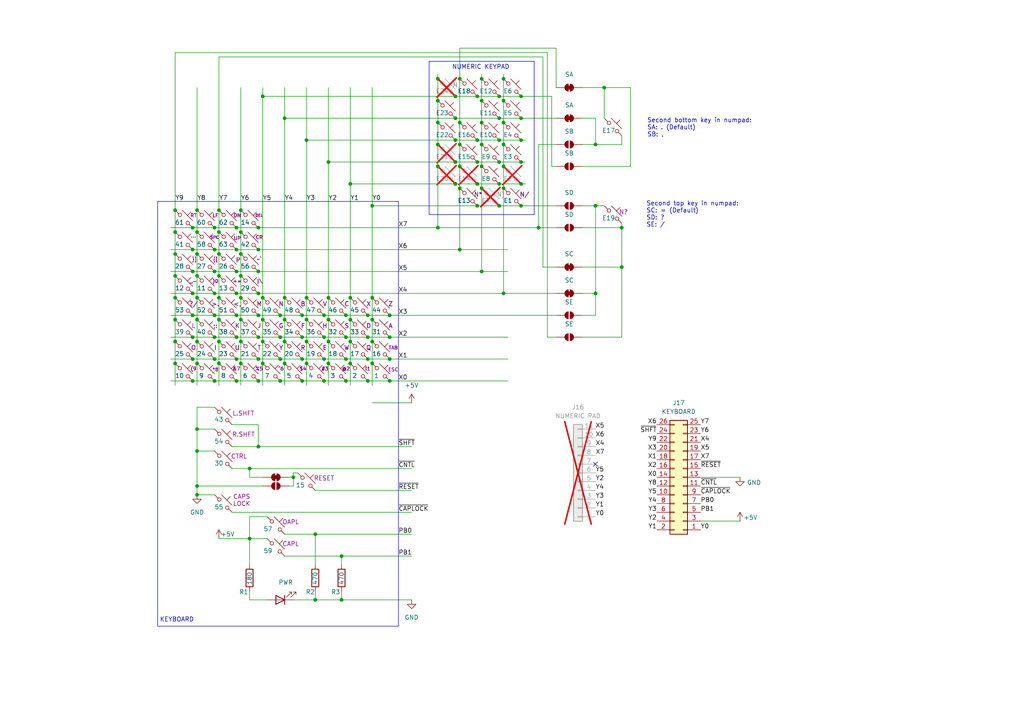
<source format=kicad_sch>
(kicad_sch (version 20250114) (generator "eeschema") (generator_version "9.0")
  (paper "A4")
  (title_block (title "Platinum Apple IIe Keyboard") (date "2025-07-17"))
  (lib_symbols
    (symbol "Connector_Generic:Conn_01x11" (pin_names (offset 1.016) (hide yes))
      (property "Reference" "J" (at 0 15.24 0))
      (property "Value" "Conn_01x11" (at 0 -15.24 0))
      (symbol "Conn_01x11_1_1"
        (pin passive line (at -5.08 12.7 0) (length 3.81) (name "Pin_1") (number "1"))
        (pin passive line (at -5.08 10.16 0) (length 3.81) (name "Pin_2") (number "2"))
        (pin passive line (at -5.08 7.62 0) (length 3.81) (name "Pin_3") (number "3"))
        (pin passive line (at -5.08 5.08 0) (length 3.81) (name "Pin_4") (number "4"))
        (pin passive line (at -5.08 2.54 0) (length 3.81) (name "Pin_5") (number "5"))
        (pin passive line (at -5.08 0 0) (length 3.81) (name "Pin_6") (number "6"))
        (pin passive line (at -5.08 -2.54 0) (length 3.81) (name "Pin_7") (number "7"))
        (pin passive line (at -5.08 -5.08 0) (length 3.81) (name "Pin_8") (number "8"))
        (pin passive line (at -5.08 -7.62 0) (length 3.81) (name "Pin_9") (number "9"))
        (pin passive line (at -5.08 -10.16 0) (length 3.81) (name "Pin_10") (number "10"))
        (pin passive line (at -5.08 -12.7 0) (length 3.81) (name "Pin_11") (number "11"))
      )
    )
    (symbol "Connector_Generic:Conn_02x13_Odd_Even" (pin_names (offset 1.016) (hide yes))
      (property "Reference" "J" (at 1.27 17.78 0))
      (property "Value" "Conn_02x13_Odd_Even" (at 1.27 -17.78 0))
      (symbol "Conn_02x13_Odd_Even_1_1"
        (pin passive line (at -5.08 15.24 0) (length 3.81) (name "Pin_1") (number "1"))
        (pin passive line (at -5.08 12.7 0) (length 3.81) (name "Pin_3") (number "3"))
        (pin passive line (at -5.08 10.16 0) (length 3.81) (name "Pin_5") (number "5"))
        (pin passive line (at -5.08 7.62 0) (length 3.81) (name "Pin_7") (number "7"))
        (pin passive line (at -5.08 5.08 0) (length 3.81) (name "Pin_9") (number "9"))
        (pin passive line (at -5.08 2.54 0) (length 3.81) (name "Pin_11") (number "11"))
        (pin passive line (at -5.08 0 0) (length 3.81) (name "Pin_13") (number "13"))
        (pin passive line (at -5.08 -2.54 0) (length 3.81) (name "Pin_15") (number "15"))
        (pin passive line (at -5.08 -5.08 0) (length 3.81) (name "Pin_17") (number "17"))
        (pin passive line (at -5.08 -7.62 0) (length 3.81) (name "Pin_19") (number "19"))
        (pin passive line (at -5.08 -10.16 0) (length 3.81) (name "Pin_21") (number "21"))
        (pin passive line (at -5.08 -12.7 0) (length 3.81) (name "Pin_23") (number "23"))
        (pin passive line (at -5.08 -15.24 0) (length 3.81) (name "Pin_25") (number "25"))
        (pin passive line (at 7.62 15.24 180) (length 3.81) (name "Pin_2") (number "2"))
        (pin passive line (at 7.62 12.7 180) (length 3.81) (name "Pin_4") (number "4"))
        (pin passive line (at 7.62 10.16 180) (length 3.81) (name "Pin_6") (number "6"))
        (pin passive line (at 7.62 7.62 180) (length 3.81) (name "Pin_8") (number "8"))
        (pin passive line (at 7.62 5.08 180) (length 3.81) (name "Pin_10") (number "10"))
        (pin passive line (at 7.62 2.54 180) (length 3.81) (name "Pin_12") (number "12"))
        (pin passive line (at 7.62 0 180) (length 3.81) (name "Pin_14") (number "14"))
        (pin passive line (at 7.62 -2.54 180) (length 3.81) (name "Pin_16") (number "16"))
        (pin passive line (at 7.62 -5.08 180) (length 3.81) (name "Pin_18") (number "18"))
        (pin passive line (at 7.62 -7.62 180) (length 3.81) (name "Pin_20") (number "20"))
        (pin passive line (at 7.62 -10.16 180) (length 3.81) (name "Pin_22") (number "22"))
        (pin passive line (at 7.62 -12.7 180) (length 3.81) (name "Pin_24") (number "24"))
        (pin passive line (at 7.62 -15.24 180) (length 3.81) (name "Pin_26") (number "26"))
      )
    )
    (symbol "Device:LED" (pin_numbers (hide yes)) (pin_names (offset 1.016) (hide yes))
      (property "Reference" "D" (at 0 2.54 0))
      (property "Value" "LED" (at 0 -2.54 0))
      (symbol "LED_1_1"
        (pin passive line (at -3.81 0 0) (length 2.54) (name "K") (number "1"))
        (pin passive line (at 3.81 0 180) (length 2.54) (name "A") (number "2"))
      )
    )
    (symbol "Device:R" (pin_numbers (hide yes)) (pin_names (offset 0))
      (property "Reference" "R" (at 2.032 0 90))
      (property "Value" "R" (at 0 0 90))
      (symbol "R_1_1"
        (pin passive line (at 0 3.81 270) (length 1.27) (name "~") (number "1"))
        (pin passive line (at 0 -3.81 90) (length 1.27) (name "~") (number "2"))
      )
    )
    (symbol "Jumper:SolderJumper_2_Bridged" (pin_numbers (hide yes)) (pin_names (offset 0) (hide yes)) (in_bom no)
      (property "Reference" "JP" (at 0 2.032 0))
      (property "Value" "SolderJumper_2_Bridged" (at 0 -2.54 0))
      (symbol "SolderJumper_2_Bridged_1_1"
        (pin passive line (at -3.81 0 0) (length 2.54) (name "A") (number "1"))
        (pin passive line (at 3.81 0 180) (length 2.54) (name "B") (number "2"))
      )
    )
    (symbol "Jumper:SolderJumper_2_Open" (pin_numbers (hide yes)) (pin_names (offset 0) (hide yes)) (in_bom no)
      (property "Reference" "JP" (at 0 2.032 0))
      (property "Value" "SolderJumper_2_Open" (at 0 -2.54 0))
      (symbol "SolderJumper_2_Open_1_1"
        (pin passive line (at -3.81 0 0) (length 2.54) (name "A") (number "1"))
        (pin passive line (at 3.81 0 180) (length 2.54) (name "B") (number "2"))
      )
    )
    (symbol "Switch:SW_Push_45deg" (pin_numbers (hide yes)) (pin_names (offset 1.016) (hide yes))
      (property "Reference" "SW" (at 3.048 1.016 0))
      (property "Value" "SW_Push_45deg" (at 0 -3.81 0))
      (symbol "SW_Push_45deg_0_1"
        (pin passive line (at -2.54 2.54 0) (length 0) (name "1") (number "1"))
        (pin passive line (at 2.54 -2.54 180) (length 0) (name "2") (number "2"))
      )
    )
    (symbol "power:+5V" (power) (pin_numbers (hide yes)) (pin_names (offset 0) (hide yes))
      (property "Value" "+5V" (at 0 3.556 0))
      (symbol "+5V_1_1"
        (pin power_in line (at 0 0 90) (length 0) (name "~") (number "1"))
      )
    )
    (symbol "power:GND" (power) (pin_numbers (hide yes)) (pin_names (offset 0) (hide yes))
      (property "Value" "GND" (at 0 -3.81 0))
      (symbol "GND_1_1"
        (pin power_in line (at 0 0 270) (length 0) (name "~") (number "1"))
      )
    )
  )
  (rectangle (start 124.46 17.78) (end 154.94 62.23))
  (rectangle (start 45.72 58.42) (end 115.57 181.61))
  (text "Second top key in numpad:\nSC: = (Default)\nSD: ?\nSE: /" (at 187.452 62.23 0) (effects (font (size 1.27 1.27)) (justify left)))
  (text "KEYBOARD\n" (at 51.308 179.832 0) (effects (font (size 1.27 1.27))))
  (text "Second bottom key in numpad:\nSA: . (Default)\nSB: ,\n" (at 187.706 37.084 0) (effects (font (size 1.27 1.27)) (justify left)))
  (text "NUMERIC KEYPAD" (at 139.446 19.558 0) (effects (font (size 1.27 1.27))))
  (junction (at 88.9 86.36))
  (junction (at 55.88 104.14))
  (junction (at 74.93 78.74))
  (junction (at 138.43 59.69))
  (junction (at 55.88 97.79))
  (junction (at 95.25 46.99))
  (junction (at 87.63 110.49))
  (junction (at 100.33 104.14))
  (junction (at 68.58 97.79))
  (junction (at 76.2 27.94))
  (junction (at 101.6 53.34))
  (junction (at 57.15 80.01))
  (junction (at 100.33 110.49))
  (junction (at 69.85 105.41))
  (junction (at 63.5 99.06))
  (junction (at 133.35 48.26))
  (junction (at 95.25 86.36))
  (junction (at 91.44 173.99))
  (junction (at 132.08 34.29))
  (junction (at 57.15 124.46))
  (junction (at 144.78 59.69))
  (junction (at 113.03 110.49))
  (junction (at 69.85 80.01))
  (junction (at 151.13 59.69))
  (junction (at 107.95 92.71))
  (junction (at 55.88 78.74))
  (junction (at 57.15 140.97))
  (junction (at 62.23 85.09))
  (junction (at 55.88 66.04))
  (junction (at 127 35.56))
  (junction (at 55.88 110.49))
  (junction (at 127 29.21))
  (junction (at 132.08 53.34))
  (junction (at 62.23 78.74))
  (junction (at 68.58 72.39))
  (junction (at 63.5 73.66))
  (junction (at 63.5 92.71))
  (junction (at 57.15 105.41))
  (junction (at 144.78 34.29))
  (junction (at 101.6 99.06))
  (junction (at 175.26 25.4))
  (junction (at 68.58 104.14))
  (junction (at 82.55 34.29))
  (junction (at 55.88 72.39))
  (junction (at 107.95 59.69))
  (junction (at 99.06 173.99))
  (junction (at 57.15 92.71))
  (junction (at 69.85 60.96))
  (junction (at 69.85 73.66))
  (junction (at 133.35 41.91))
  (junction (at 113.03 104.14))
  (junction (at 50.8 105.41))
  (junction (at 172.72 59.69))
  (junction (at 101.6 105.41))
  (junction (at 50.8 86.36))
  (junction (at 68.58 110.49))
  (junction (at 81.28 110.49))
  (junction (at 151.13 46.99))
  (junction (at 87.63 97.79))
  (junction (at 88.9 105.41))
  (junction (at 106.68 110.49))
  (junction (at 82.55 99.06))
  (junction (at 151.13 40.64))
  (junction (at 72.39 135.89))
  (junction (at 146.05 48.26))
  (junction (at 133.35 54.61))
  (junction (at 151.13 27.94))
  (junction (at 113.03 91.44))
  (junction (at 144.78 40.64))
  (junction (at 132.08 27.94))
  (junction (at 146.05 22.86))
  (junction (at 144.78 27.94))
  (junction (at 180.34 66.04))
  (junction (at 138.43 40.64))
  (junction (at 144.78 53.34))
  (junction (at 81.28 97.79))
  (junction (at 63.5 86.36))
  (junction (at 127 22.86))
  (junction (at 127 41.91))
  (junction (at 107.95 99.06))
  (junction (at 63.5 67.31))
  (junction (at 88.9 40.64))
  (junction (at 172.72 85.09))
  (junction (at 74.93 97.79))
  (junction (at 93.98 110.49))
  (junction (at 139.7 29.21))
  (junction (at 50.8 73.66))
  (junction (at 50.8 99.06))
  (junction (at 82.55 86.36))
  (junction (at 106.68 104.14))
  (junction (at 63.5 60.96))
  (junction (at 133.35 35.56))
  (junction (at 99.06 161.29))
  (junction (at 74.93 110.49))
  (junction (at 57.15 67.31))
  (junction (at 151.13 34.29))
  (junction (at 95.25 92.71))
  (junction (at 156.21 66.04))
  (junction (at 85.09 138.43))
  (junction (at 50.8 67.31))
  (junction (at 82.55 92.71))
  (junction (at 74.93 129.54))
  (junction (at 74.93 104.14))
  (junction (at 146.05 35.56))
  (junction (at 68.58 78.74))
  (junction (at 113.03 97.79))
  (junction (at 132.08 46.99))
  (junction (at 88.9 99.06))
  (junction (at 68.58 85.09))
  (junction (at 91.44 154.94))
  (junction (at 50.8 92.71))
  (junction (at 76.2 105.41))
  (junction (at 95.25 105.41))
  (junction (at 69.85 67.31))
  (junction (at 133.35 72.39))
  (junction (at 50.8 60.96))
  (junction (at 133.35 22.86))
  (junction (at 87.63 91.44))
  (junction (at 127 48.26))
  (junction (at 62.23 110.49))
  (junction (at 57.15 86.36))
  (junction (at 172.72 41.91))
  (junction (at 57.15 130.81))
  (junction (at 139.7 22.86))
  (junction (at 100.33 91.44))
  (junction (at 87.63 104.14))
  (junction (at 81.28 91.44))
  (junction (at 146.05 41.91))
  (junction (at 63.5 80.01))
  (junction (at 76.2 86.36))
  (junction (at 106.68 91.44))
  (junction (at 139.7 35.56))
  (junction (at 69.85 99.06))
  (junction (at 138.43 53.34))
  (junction (at 151.13 53.34))
  (junction (at 101.6 86.36))
  (junction (at 93.98 91.44))
  (junction (at 55.88 85.09))
  (junction (at 62.23 97.79))
  (junction (at 88.9 92.71))
  (junction (at 74.93 91.44))
  (junction (at 100.33 97.79))
  (junction (at 139.7 48.26))
  (junction (at 50.8 80.01))
  (junction (at 144.78 46.99))
  (junction (at 146.05 29.21))
  (junction (at 107.95 86.36))
  (junction (at 76.2 92.71))
  (junction (at 57.15 143.51))
  (junction (at 63.5 105.41))
  (junction (at 69.85 92.71))
  (junction (at 93.98 104.14))
  (junction (at 74.93 72.39))
  (junction (at 62.23 66.04))
  (junction (at 69.85 86.36))
  (junction (at 74.93 85.09))
  (junction (at 82.55 105.41))
  (junction (at 146.05 85.09))
  (junction (at 62.23 104.14))
  (junction (at 57.15 60.96))
  (junction (at 107.95 105.41))
  (junction (at 72.39 156.21))
  (junction (at 139.7 41.91))
  (junction (at 132.08 40.64))
  (junction (at 138.43 46.99))
  (junction (at 139.7 54.61))
  (junction (at 74.93 66.04))
  (junction (at 138.43 27.94))
  (junction (at 68.58 66.04))
  (junction (at 81.28 104.14))
  (junction (at 146.05 54.61))
  (junction (at 93.98 97.79))
  (junction (at 180.34 77.47))
  (junction (at 57.15 73.66))
  (junction (at 127 66.04))
  (junction (at 76.2 99.06))
  (junction (at 68.58 91.44))
  (junction (at 106.68 97.79))
  (junction (at 139.7 78.74))
  (junction (at 62.23 72.39))
  (junction (at 101.6 92.71))
  (junction (at 62.23 91.44))
  (junction (at 95.25 99.06))
  (junction (at 57.15 99.06))
  (junction (at 55.88 91.44))
  (no_connect (at 172.72 134.62))
  (wire (pts (xy 63.5 156.21) (xy 72.39 156.21)))
  (wire (pts (xy 133.35 22.86) (xy 133.35 35.56)))
  (wire (pts (xy 146.05 22.86) (xy 146.05 29.21)))
  (wire (pts (xy 161.29 13.97) (xy 161.29 25.4)))
  (wire (pts (xy 139.7 54.61) (xy 139.7 78.74)))
  (wire (pts (xy 81.28 110.49) (xy 87.63 110.49)))
  (wire (pts (xy 182.88 25.4) (xy 182.88 48.26)))
  (wire (pts (xy 74.93 110.49) (xy 81.28 110.49)))
  (wire (pts (xy 161.29 77.47) (xy 157.48 77.47)))
  (wire (pts (xy 62.23 124.46) (xy 57.15 124.46)))
  (wire (pts (xy 127 22.86) (xy 127 29.21)))
  (wire (pts (xy 138.43 59.69) (xy 144.78 59.69)))
  (wire (pts (xy 95.25 99.06) (xy 95.25 105.41)))
  (wire (pts (xy 68.58 72.39) (xy 74.93 72.39)))
  (wire (pts (xy 132.08 46.99) (xy 138.43 46.99)))
  (wire (pts (xy 132.08 27.94) (xy 138.43 27.94)))
  (wire (pts (xy 93.98 97.79) (xy 100.33 97.79)))
  (wire (pts (xy 144.78 46.99) (xy 151.13 46.99)))
  (wire (pts (xy 146.05 21.59) (xy 146.05 22.86)))
  (wire (pts (xy 83.82 138.43) (xy 85.09 138.43)))
  (wire (pts (xy 157.48 77.47) (xy 157.48 16.51)))
  (wire (pts (xy 88.9 105.41) (xy 88.9 111.76)))
  (wire (pts (xy 74.93 85.09) (xy 146.05 85.09)))
  (wire (pts (xy 100.33 97.79) (xy 106.68 97.79)))
  (wire (pts (xy 95.25 105.41) (xy 95.25 111.76)))
  (wire (pts (xy 62.23 104.14) (xy 68.58 104.14)))
  (wire (pts (xy 132.08 40.64) (xy 138.43 40.64)))
  (wire (pts (xy 69.85 99.06) (xy 69.85 105.41)))
  (wire (pts (xy 101.6 53.34) (xy 132.08 53.34)))
  (wire (pts (xy 127 41.91) (xy 127 48.26)))
  (wire (pts (xy 101.6 99.06) (xy 101.6 105.41)))
  (wire (pts (xy 88.9 40.64) (xy 132.08 40.64)))
  (wire (pts (xy 62.23 72.39) (xy 68.58 72.39)))
  (wire (pts (xy 146.05 35.56) (xy 146.05 41.91)))
  (wire (pts (xy 82.55 154.94) (xy 91.44 154.94)))
  (wire (pts (xy 168.91 25.4) (xy 175.26 25.4)))
  (wire (pts (xy 69.85 80.01) (xy 69.85 86.36)))
  (wire (pts (xy 76.2 25.4) (xy 76.2 27.94)))
  (wire (pts (xy 113.03 91.44) (xy 161.29 91.44)))
  (wire (pts (xy 133.35 35.56) (xy 133.35 41.91)))
  (wire (pts (xy 57.15 140.97) (xy 57.15 143.51)))
  (wire (pts (xy 69.85 73.66) (xy 69.85 80.01)))
  (wire (pts (xy 168.91 66.04) (xy 180.34 66.04)))
  (wire (pts (xy 68.58 78.74) (xy 74.93 78.74)))
  (wire (pts (xy 91.44 142.24) (xy 119.38 142.24)))
  (wire (pts (xy 74.93 91.44) (xy 81.28 91.44)))
  (wire (pts (xy 50.8 73.66) (xy 50.8 80.01)))
  (wire (pts (xy 69.85 25.4) (xy 69.85 60.96)))
  (wire (pts (xy 63.5 80.01) (xy 63.5 86.36)))
  (wire (pts (xy 67.31 129.54) (xy 74.93 129.54)))
  (wire (pts (xy 91.44 154.94) (xy 91.44 163.83)))
  (wire (pts (xy 139.7 22.86) (xy 139.7 29.21)))
  (wire (pts (xy 57.15 25.4) (xy 57.15 60.96)))
  (wire (pts (xy 138.43 46.99) (xy 144.78 46.99)))
  (wire (pts (xy 133.35 48.26) (xy 133.35 54.61)))
  (wire (pts (xy 74.93 78.74) (xy 139.7 78.74)))
  (wire (pts (xy 168.91 97.79) (xy 180.34 97.79)))
  (wire (pts (xy 139.7 21.59) (xy 139.7 22.86)))
  (wire (pts (xy 69.85 86.36) (xy 69.85 92.71)))
  (wire (pts (xy 72.39 135.89) (xy 119.38 135.89)))
  (wire (pts (xy 146.05 29.21) (xy 146.05 35.56)))
  (wire (pts (xy 139.7 41.91) (xy 139.7 48.26)))
  (wire (pts (xy 106.68 91.44) (xy 113.03 91.44)))
  (wire (pts (xy 88.9 99.06) (xy 88.9 105.41)))
  (wire (pts (xy 72.39 156.21) (xy 72.39 163.83)))
  (wire (pts (xy 63.5 60.96) (xy 63.5 67.31)))
  (wire (pts (xy 93.98 91.44) (xy 100.33 91.44)))
  (wire (pts (xy 55.88 104.14) (xy 62.23 104.14)))
  (wire (pts (xy 144.78 27.94) (xy 151.13 27.94)))
  (wire (pts (xy 168.91 48.26) (xy 182.88 48.26)))
  (wire (pts (xy 85.09 173.99) (xy 91.44 173.99)))
  (wire (pts (xy 172.72 34.29) (xy 172.72 41.91)))
  (wire (pts (xy 99.06 161.29) (xy 119.38 161.29)))
  (wire (pts (xy 107.95 105.41) (xy 107.95 111.76)))
  (wire (pts (xy 156.21 41.91) (xy 156.21 66.04)))
  (wire (pts (xy 50.8 99.06) (xy 50.8 105.41)))
  (wire (pts (xy 107.95 25.4) (xy 107.95 59.69)))
  (wire (pts (xy 91.44 154.94) (xy 119.38 154.94)))
  (wire (pts (xy 101.6 53.34) (xy 101.6 86.36)))
  (wire (pts (xy 57.15 118.11) (xy 57.15 124.46)))
  (wire (pts (xy 68.58 66.04) (xy 74.93 66.04)))
  (wire (pts (xy 49.53 85.09) (xy 55.88 85.09)))
  (wire (pts (xy 151.13 46.99) (xy 152.4 46.99)))
  (wire (pts (xy 63.5 99.06) (xy 63.5 105.41)))
  (wire (pts (xy 76.2 27.94) (xy 76.2 86.36)))
  (wire (pts (xy 132.08 34.29) (xy 144.78 34.29)))
  (wire (pts (xy 156.21 66.04) (xy 161.29 66.04)))
  (wire (pts (xy 172.72 59.69) (xy 168.91 59.69)))
  (wire (pts (xy 157.48 16.51) (xy 63.5 16.51)))
  (wire (pts (xy 57.15 124.46) (xy 57.15 130.81)))
  (wire (pts (xy 113.03 97.79) (xy 147.32 97.79)))
  (wire (pts (xy 74.93 72.39) (xy 133.35 72.39)))
  (wire (pts (xy 82.55 99.06) (xy 82.55 105.41)))
  (wire (pts (xy 88.9 92.71) (xy 88.9 99.06)))
  (wire (pts (xy 168.91 41.91) (xy 172.72 41.91)))
  (wire (pts (xy 55.88 72.39) (xy 62.23 72.39)))
  (wire (pts (xy 95.25 46.99) (xy 95.25 86.36)))
  (wire (pts (xy 62.23 85.09) (xy 68.58 85.09)))
  (wire (pts (xy 68.58 104.14) (xy 74.93 104.14)))
  (wire (pts (xy 113.03 110.49) (xy 147.32 110.49)))
  (wire (pts (xy 67.31 135.89) (xy 72.39 135.89)))
  (wire (pts (xy 95.25 25.4) (xy 95.25 46.99)))
  (wire (pts (xy 101.6 92.71) (xy 101.6 99.06)))
  (wire (pts (xy 63.5 16.51) (xy 63.5 60.96)))
  (wire (pts (xy 81.28 104.14) (xy 87.63 104.14)))
  (wire (pts (xy 172.72 91.44) (xy 168.91 91.44)))
  (wire (pts (xy 100.33 104.14) (xy 106.68 104.14)))
  (wire (pts (xy 68.58 85.09) (xy 74.93 85.09)))
  (wire (pts (xy 87.63 91.44) (xy 93.98 91.44)))
  (wire (pts (xy 63.5 92.71) (xy 63.5 99.06)))
  (wire (pts (xy 158.75 97.79) (xy 161.29 97.79)))
  (wire (pts (xy 172.72 41.91) (xy 180.34 41.91)))
  (wire (pts (xy 127 35.56) (xy 127 41.91)))
  (wire (pts (xy 72.39 171.45) (xy 72.39 173.99)))
  (wire (pts (xy 87.63 97.79) (xy 93.98 97.79)))
  (wire (pts (xy 50.8 105.41) (xy 50.8 111.76)))
  (wire (pts (xy 175.26 25.4) (xy 175.26 34.29)))
  (wire (pts (xy 57.15 67.31) (xy 57.15 73.66)))
  (wire (pts (xy 99.06 171.45) (xy 99.06 173.99)))
  (wire (pts (xy 88.9 86.36) (xy 88.9 92.71)))
  (wire (pts (xy 107.95 92.71) (xy 107.95 99.06)))
  (wire (pts (xy 146.05 54.61) (xy 146.05 85.09)))
  (wire (pts (xy 50.8 92.71) (xy 50.8 99.06)))
  (wire (pts (xy 91.44 171.45) (xy 91.44 173.99)))
  (wire (pts (xy 95.25 86.36) (xy 95.25 92.71)))
  (wire (pts (xy 144.78 34.29) (xy 151.13 34.29)))
  (wire (pts (xy 138.43 40.64) (xy 144.78 40.64)))
  (wire (pts (xy 63.5 86.36) (xy 63.5 92.71)))
  (wire (pts (xy 81.28 97.79) (xy 87.63 97.79)))
  (wire (pts (xy 62.23 110.49) (xy 68.58 110.49)))
  (wire (pts (xy 57.15 60.96) (xy 57.15 67.31)))
  (wire (pts (xy 146.05 48.26) (xy 146.05 54.61)))
  (wire (pts (xy 82.55 105.41) (xy 82.55 111.76)))
  (wire (pts (xy 95.25 46.99) (xy 132.08 46.99)))
  (wire (pts (xy 82.55 86.36) (xy 82.55 92.71)))
  (wire (pts (xy 55.88 66.04) (xy 62.23 66.04)))
  (wire (pts (xy 132.08 53.34) (xy 138.43 53.34)))
  (wire (pts (xy 74.93 123.19) (xy 74.93 129.54)))
  (wire (pts (xy 49.53 66.04) (xy 55.88 66.04)))
  (wire (pts (xy 77.47 149.86) (xy 72.39 149.86)))
  (wire (pts (xy 203.2 151.13) (xy 214.63 151.13)))
  (wire (pts (xy 87.63 110.49) (xy 93.98 110.49)))
  (wire (pts (xy 151.13 40.64) (xy 152.4 40.64)))
  (wire (pts (xy 74.93 104.14) (xy 81.28 104.14)))
  (wire (pts (xy 49.53 72.39) (xy 55.88 72.39)))
  (wire (pts (xy 68.58 91.44) (xy 74.93 91.44)))
  (wire (pts (xy 76.2 86.36) (xy 76.2 92.71)))
  (wire (pts (xy 133.35 13.97) (xy 161.29 13.97)))
  (wire (pts (xy 95.25 92.71) (xy 95.25 99.06)))
  (wire (pts (xy 175.26 25.4) (xy 182.88 25.4)))
  (wire (pts (xy 100.33 91.44) (xy 106.68 91.44)))
  (wire (pts (xy 50.8 80.01) (xy 50.8 86.36)))
  (wire (pts (xy 55.88 78.74) (xy 62.23 78.74)))
  (wire (pts (xy 74.93 66.04) (xy 127 66.04)))
  (wire (pts (xy 72.39 173.99) (xy 77.47 173.99)))
  (wire (pts (xy 76.2 92.71) (xy 76.2 99.06)))
  (wire (pts (xy 76.2 99.06) (xy 76.2 105.41)))
  (wire (pts (xy 82.55 25.4) (xy 82.55 34.29)))
  (wire (pts (xy 144.78 59.69) (xy 151.13 59.69)))
  (wire (pts (xy 107.95 86.36) (xy 107.95 92.71)))
  (wire (pts (xy 62.23 66.04) (xy 68.58 66.04)))
  (wire (pts (xy 76.2 27.94) (xy 132.08 27.94)))
  (wire (pts (xy 57.15 130.81) (xy 62.23 130.81)))
  (wire (pts (xy 82.55 161.29) (xy 99.06 161.29)))
  (wire (pts (xy 146.05 85.09) (xy 161.29 85.09)))
  (wire (pts (xy 83.82 140.97) (xy 85.09 140.97)))
  (wire (pts (xy 180.34 97.79) (xy 180.34 77.47)))
  (wire (pts (xy 55.88 97.79) (xy 62.23 97.79)))
  (wire (pts (xy 133.35 54.61) (xy 133.35 72.39)))
  (wire (pts (xy 50.8 15.24) (xy 50.8 60.96)))
  (wire (pts (xy 127 21.59) (xy 127 22.86)))
  (wire (pts (xy 180.34 41.91) (xy 180.34 39.37)))
  (wire (pts (xy 88.9 40.64) (xy 88.9 86.36)))
  (wire (pts (xy 63.5 105.41) (xy 63.5 111.76)))
  (wire (pts (xy 151.13 53.34) (xy 152.4 53.34)))
  (wire (pts (xy 107.95 59.69) (xy 138.43 59.69)))
  (wire (pts (xy 106.68 97.79) (xy 113.03 97.79)))
  (wire (pts (xy 72.39 156.21) (xy 77.47 156.21)))
  (wire (pts (xy 69.85 60.96) (xy 69.85 67.31)))
  (wire (pts (xy 76.2 105.41) (xy 76.2 111.76)))
  (wire (pts (xy 180.34 77.47) (xy 168.91 77.47)))
  (wire (pts (xy 93.98 104.14) (xy 100.33 104.14)))
  (wire (pts (xy 139.7 29.21) (xy 139.7 35.56)))
  (wire (pts (xy 62.23 118.11) (xy 57.15 118.11)))
  (wire (pts (xy 139.7 35.56) (xy 139.7 41.91)))
  (wire (pts (xy 67.31 148.59) (xy 119.38 148.59)))
  (wire (pts (xy 85.09 137.16) (xy 86.36 137.16)))
  (wire (pts (xy 99.06 173.99) (xy 119.38 173.99)))
  (wire (pts (xy 62.23 91.44) (xy 68.58 91.44)))
  (wire (pts (xy 50.8 15.24) (xy 158.75 15.24)))
  (wire (pts (xy 49.53 104.14) (xy 55.88 104.14)))
  (wire (pts (xy 107.95 59.69) (xy 107.95 86.36)))
  (wire (pts (xy 74.93 129.54) (xy 119.38 129.54)))
  (wire (pts (xy 180.34 77.47) (xy 180.34 66.04)))
  (wire (pts (xy 106.68 110.49) (xy 113.03 110.49)))
  (wire (pts (xy 85.09 137.16) (xy 85.09 138.43)))
  (wire (pts (xy 127 66.04) (xy 156.21 66.04)))
  (wire (pts (xy 127 48.26) (xy 127 66.04)))
  (wire (pts (xy 62.23 78.74) (xy 68.58 78.74)))
  (wire (pts (xy 82.55 92.71) (xy 82.55 99.06)))
  (wire (pts (xy 50.8 86.36) (xy 50.8 92.71)))
  (wire (pts (xy 172.72 85.09) (xy 168.91 85.09)))
  (wire (pts (xy 72.39 138.43) (xy 72.39 135.89)))
  (wire (pts (xy 76.2 138.43) (xy 72.39 138.43)))
  (wire (pts (xy 88.9 25.4) (xy 88.9 40.64)))
  (wire (pts (xy 127 29.21) (xy 127 35.56)))
  (wire (pts (xy 107.95 99.06) (xy 107.95 105.41)))
  (wire (pts (xy 101.6 25.4) (xy 101.6 53.34)))
  (wire (pts (xy 69.85 105.41) (xy 69.85 111.76)))
  (wire (pts (xy 138.43 27.94) (xy 144.78 27.94)))
  (wire (pts (xy 67.31 123.19) (xy 74.93 123.19)))
  (wire (pts (xy 55.88 110.49) (xy 62.23 110.49)))
  (wire (pts (xy 82.55 34.29) (xy 132.08 34.29)))
  (wire (pts (xy 175.26 59.69) (xy 172.72 59.69)))
  (wire (pts (xy 107.95 116.84) (xy 119.38 116.84)))
  (wire (pts (xy 151.13 34.29) (xy 161.29 34.29)))
  (wire (pts (xy 139.7 48.26) (xy 139.7 54.61)))
  (wire (pts (xy 144.78 40.64) (xy 151.13 40.64)))
  (wire (pts (xy 100.33 110.49) (xy 106.68 110.49)))
  (wire (pts (xy 146.05 41.91) (xy 146.05 48.26)))
  (wire (pts (xy 72.39 149.86) (xy 72.39 156.21)))
  (wire (pts (xy 57.15 73.66) (xy 57.15 80.01)))
  (wire (pts (xy 50.8 67.31) (xy 50.8 73.66)))
  (wire (pts (xy 63.5 73.66) (xy 63.5 80.01)))
  (wire (pts (xy 158.75 15.24) (xy 158.75 97.79)))
  (wire (pts (xy 55.88 85.09) (xy 62.23 85.09)))
  (wire (pts (xy 172.72 59.69) (xy 172.72 85.09)))
  (wire (pts (xy 49.53 97.79) (xy 55.88 97.79)))
  (wire (pts (xy 57.15 99.06) (xy 57.15 105.41)))
  (wire (pts (xy 57.15 140.97) (xy 76.2 140.97)))
  (wire (pts (xy 62.23 97.79) (xy 68.58 97.79)))
  (wire (pts (xy 101.6 86.36) (xy 101.6 92.71)))
  (wire (pts (xy 91.44 173.99) (xy 99.06 173.99)))
  (wire (pts (xy 151.13 27.94) (xy 160.02 27.94)))
  (wire (pts (xy 151.13 59.69) (xy 161.29 59.69)))
  (wire (pts (xy 57.15 143.51) (xy 62.23 143.51)))
  (wire (pts (xy 139.7 78.74) (xy 147.32 78.74)))
  (wire (pts (xy 144.78 53.34) (xy 151.13 53.34)))
  (wire (pts (xy 161.29 41.91) (xy 156.21 41.91)))
  (wire (pts (xy 63.5 67.31) (xy 63.5 73.66)))
  (wire (pts (xy 57.15 130.81) (xy 57.15 140.97)))
  (wire (pts (xy 106.68 104.14) (xy 113.03 104.14)))
  (wire (pts (xy 49.53 91.44) (xy 55.88 91.44)))
  (wire (pts (xy 160.02 48.26) (xy 161.29 48.26)))
  (wire (pts (xy 85.09 138.43) (xy 85.09 140.97)))
  (wire (pts (xy 93.98 110.49) (xy 100.33 110.49)))
  (wire (pts (xy 57.15 86.36) (xy 57.15 92.71)))
  (wire (pts (xy 68.58 110.49) (xy 74.93 110.49)))
  (wire (pts (xy 133.35 72.39) (xy 147.32 72.39)))
  (wire (pts (xy 168.91 34.29) (xy 172.72 34.29)))
  (wire (pts (xy 49.53 110.49) (xy 55.88 110.49)))
  (wire (pts (xy 203.2 138.43) (xy 214.63 138.43)))
  (wire (pts (xy 57.15 105.41) (xy 57.15 111.76)))
  (wire (pts (xy 101.6 105.41) (xy 101.6 111.76)))
  (wire (pts (xy 55.88 91.44) (xy 62.23 91.44)))
  (wire (pts (xy 172.72 85.09) (xy 172.72 91.44)))
  (wire (pts (xy 82.55 34.29) (xy 82.55 86.36)))
  (wire (pts (xy 49.53 78.74) (xy 55.88 78.74)))
  (wire (pts (xy 68.58 97.79) (xy 74.93 97.79)))
  (wire (pts (xy 180.34 66.04) (xy 180.34 64.77)))
  (wire (pts (xy 50.8 60.96) (xy 50.8 67.31)))
  (wire (pts (xy 99.06 161.29) (xy 99.06 163.83)))
  (wire (pts (xy 138.43 53.34) (xy 144.78 53.34)))
  (wire (pts (xy 69.85 67.31) (xy 69.85 73.66)))
  (wire (pts (xy 69.85 92.71) (xy 69.85 99.06)))
  (wire (pts (xy 74.93 97.79) (xy 81.28 97.79)))
  (wire (pts (xy 133.35 41.91) (xy 133.35 48.26)))
  (wire (pts (xy 57.15 92.71) (xy 57.15 99.06)))
  (wire (pts (xy 113.03 104.14) (xy 147.32 104.14)))
  (wire (pts (xy 160.02 27.94) (xy 160.02 48.26)))
  (wire (pts (xy 81.28 91.44) (xy 87.63 91.44)))
  (wire (pts (xy 133.35 13.97) (xy 133.35 22.86)))
  (wire (pts (xy 87.63 104.14) (xy 93.98 104.14)))
  (wire (pts (xy 57.15 80.01) (xy 57.15 86.36)))
  (label "X2" (at 190.5 135.89 180))
  (label "X3" (at 190.5 130.81 180))
  (label "PB0" (at 203.2 146.05 0))
  (label "Y9" (at 50.8 58.42 0))
  (label "X5" (at 203.2 130.81 0))
  (label "Y6" (at 203.2 125.73 0))
  (label "Y9" (at 190.5 128.27 180))
  (label "X0" (at 190.5 138.43 180))
  (label "Y5" (at 172.72 137.16 0))
  (label "X1" (at 115.57 104.14 0))
  (label "X4" (at 115.57 85.09 0))
  (label "Y0" (at 172.72 149.86 0))
  (label "Y4" (at 190.5 146.05 180))
  (label "X3" (at 115.57 91.44 0))
  (label "Y1" (at 190.5 153.67 180))
  (label "Y6" (at 69.85 58.42 0))
  (label "X4" (at 172.72 129.54 0))
  (label "Y1" (at 101.6 58.42 0))
  (label "~{CNTL}" (at 203.2 140.97 0))
  (label "PB1" (at 203.2 148.59 0))
  (label "Y8" (at 190.5 140.97 180))
  (label "Y1" (at 172.72 147.32 0))
  (label "X2" (at 115.57 97.79 0))
  (label "X0" (at 115.57 110.49 0))
  (label "~{RESET}" (at 115.57 142.24 0))
  (label "X6" (at 115.57 72.39 0))
  (label "Y2" (at 190.5 151.13 180))
  (label "Y5" (at 76.2 58.42 0))
  (label "~{CAPLOCK}" (at 115.57 148.59 0))
  (label "Y7" (at 63.5 58.42 0))
  (label "PB1" (at 115.57 161.29 0))
  (label "X4" (at 203.2 128.27 0))
  (label "X7" (at 203.2 133.35 0))
  (label "Y4" (at 172.72 142.24 0))
  (label "Y0" (at 203.2 153.67 0))
  (label "X5" (at 172.72 124.46 0))
  (label "X7" (at 115.57 66.04 0))
  (label "Y5" (at 190.5 143.51 180))
  (label "~{RESET}" (at 203.2 135.89 0))
  (label "X7" (at 172.72 132.08 0))
  (label "~{CNTL}" (at 115.57 135.89 0))
  (label "X5" (at 115.57 78.74 0))
  (label "Y2" (at 172.72 139.7 0))
  (label "X6" (at 190.5 123.19 180))
  (label "Y2" (at 95.25 58.42 0))
  (label "Y7" (at 203.2 123.19 0))
  (label "X1" (at 190.5 133.35 180))
  (label "Y3" (at 172.72 144.78 0))
  (label "~{CAPLOCK}" (at 203.2 143.51 0))
  (label "~{SHFT}" (at 115.57 129.54 0))
  (label "X6" (at 172.72 127 0))
  (label "~{SHFT}" (at 190.5 125.73 180))
  (label "Y4" (at 82.55 58.42 0))
  (label "Y8" (at 57.15 58.42 0))
  (label "Y0" (at 107.95 58.42 0))
  (label "Y3" (at 190.5 148.59 180))
  (label "PB0" (at 115.57 154.94 0))
  (label "Y3" (at 88.9 58.42 0))
  (symbol (lib_id "Switch:SW_Push_45deg") (at 72.39 107.95 0) (unit 1)
    (property "Reference" "SW74" (effects (hide yes)))
    (property "Value" "6" (at 71.12 108.966 0))
    (property "Footprint" "AppleIIelib:SW_AlpsSKCC_1.00u" (effects (hide yes)))
    (property "Description" "Push button switch, normally open, two pins, 45° tilted" (effects (hide yes)))
    (property "Alt" "%5" (at 75.184 106.934 0) (effects (font (size 1 1))))
  )
  (symbol (lib_id "Switch:SW_Push_45deg") (at 72.39 101.6 0) (unit 1)
    (property "Reference" "SW64" (effects (hide yes)))
    (property "Value" "21" (at 71.12 102.616 0))
    (property "Footprint" "AppleIIelib:SW_AlpsSKCC_1.00u" (effects (hide yes)))
    (property "Description" "Push button switch, normally open, two pins, 45° tilted" (effects (hide yes)))
    (property "Alt" "T" (at 75.184 100.838 0))
  )
  (symbol (lib_id "Switch:SW_Push_45deg") (at 135.89 57.15 0) (unit 1)
    (property "Reference" "SW16" (effects (hide yes)))
    (property "Value" "E13" (at 134.62 58.166 0))
    (property "Footprint" "AppleIIelib:SW_AlpsSKCC_1.00u_rev" (effects (hide yes)))
    (property "Description" "Push button switch, normally open, two pins, 45° tilted" (effects (hide yes)))
    (property "Alt" "N*" (at 138.684 56.388 0))
  )
  (symbol (lib_id "Switch:SW_Push_45deg") (at 129.54 38.1 0) (unit 1)
    (property "Reference" "SW9" (effects (hide yes)))
    (property "Value" "E22" (at 128.27 39.116 0))
    (property "Footprint" "AppleIIelib:SW_AlpsSKCC_1.00u_rev" (effects (hide yes)))
    (property "Description" "Push button switch, normally open, two pins, 45° tilted" (effects (hide yes)))
    (property "Alt" "N-" (effects (hide yes)))
  )
  (symbol (lib_id "Switch:SW_Push_45deg") (at 53.34 88.9 0) (unit 1)
    (property "Reference" "SW32" (effects (hide yes)))
    (property "Value" "53" (at 52.07 89.916 0))
    (property "Footprint" "AppleIIelib:SW_AlpsSKCC_1.00u" (effects (hide yes)))
    (property "Description" "Push button switch, normally open, two pins, 45° tilted" (effects (hide yes)))
    (property "Alt" "?/" (at 56.134 88.138 0))
  )
  (symbol (lib_id "Switch:SW_Push_45deg") (at 91.44 88.9 0) (unit 1)
    (property "Reference" "SW38" (effects (hide yes)))
    (property "Value" "47" (at 90.17 89.916 0))
    (property "Footprint" "AppleIIelib:SW_AlpsSKCC_1.00u" (effects (hide yes)))
    (property "Description" "Push button switch, normally open, two pins, 45° tilted" (effects (hide yes)))
    (property "Alt" "V" (at 94.234 88.138 0))
  )
  (symbol (lib_id "Switch:SW_Push_45deg") (at 64.77 127 0) (unit 1)
    (property "Reference" "SW86" (effects (hide yes)))
    (property "Value" "54" (at 63.5 128.016 0))
    (property "Footprint" "AppleIIelib:SW_AlpsSKCC_2.25u" (effects (hide yes)))
    (property "Description" "Push button switch, normally open, two pins, 45° tilted" (effects (hide yes)))
    (property "Alt" "R.SHFT" (at 70.612 125.984 0))
  )
  (symbol (lib_id "Switch:SW_Push_45deg") (at 148.59 44.45 0) (unit 1)
    (property "Reference" "SW22" (effects (hide yes)))
    (property "Value" "E3" (at 147.32 45.466 0))
    (property "Footprint" "AppleIIelib:SW_AlpsSKCC_2.00u_rev" (effects (hide yes)))
    (property "Description" "Push button switch, normally open, two pins, 45° tilted" (effects (hide yes)))
    (property "Alt" "N0" (effects (hide yes)))
  )
  (symbol (lib_id "Switch:SW_Push_45deg") (at 135.89 50.8 0) (unit 1) (on_board no) (dnp yes)
    (property "Reference" "SW15" (effects (hide yes)))
    (property "Value" "E14" (at 134.62 51.816 0))
    (property "Footprint" "AppleIIelib:SW_AlpsSKCC_1.00u_rev" (effects (hide yes)))
    (property "Description" "Push button switch, normally open, two pins, 45° tilted" (effects (hide yes)))
    (property "Alt" "NRT" (effects (hide yes)))
  )
  (symbol (lib_id "Switch:SW_Push_45deg") (at 85.09 88.9 0) (unit 1)
    (property "Reference" "SW37" (effects (hide yes)))
    (property "Value" "48" (at 83.82 89.916 0))
    (property "Footprint" "AppleIIelib:SW_AlpsSKCC_1.00u" (effects (hide yes)))
    (property "Description" "Push button switch, normally open, two pins, 45° tilted" (effects (hide yes)))
    (property "Alt" "B" (at 87.884 88.138 0))
  )
  (symbol (lib_id "Switch:SW_Push_45deg") (at 72.39 76.2 0) (unit 1)
    (property "Reference" "SW43" (effects (hide yes)))
    (property "Value" "56" (at 71.12 77.216 0))
    (property "Footprint" "AppleIIelib:SW_AlpsSKCC_1.00u" (effects (hide yes)))
    (property "Description" "Push button switch, normally open, two pins, 45° tilted" (effects (hide yes)))
    (property "Alt" "~`" (at 75.184 75.184 0))
  )
  (symbol (lib_id "Switch:SW_Push_45deg") (at 148.59 57.15 0) (unit 1)
    (property "Reference" "SW24" (effects (hide yes)))
    (property "Value" "E1" (at 147.32 58.166 0))
    (property "Footprint" "AppleIIelib:SW_AlpsSKCC_1.00u_rev" (effects (hide yes)))
    (property "Description" "Push button switch, normally open, two pins, 45° tilted" (effects (hide yes)))
    (property "Alt" "N/" (at 152.146 56.388 0))
  )
  (symbol (lib_id "Jumper:SolderJumper_2_Bridged") (at 165.1 34.29 0) (unit 1) (in_bom no)
    (property "Reference" "JP8" (effects (hide yes)))
    (property "Value" "SA" (at 165.1 30.48 0))
    (property "Footprint" "AppleIIelib:SolderJumper-Closed_TriangularPad1.0x1.5mm" (effects (hide yes)))
    (property "Description" "Solder Jumper, 2-pole, closed/bridged" (effects (hide yes)))
  )
  (symbol (lib_id "power:+5V") (at 214.63 151.13 0) (unit 1)
    (property "Reference" "#PWR04" (effects (hide yes)))
    (property "Value" "+5V" (at 217.678 150.114 0))
    (property "Description" "Power symbol creates a global label with name \"+5V\"" (effects (hide yes)))
  )
  (symbol (lib_id "Switch:SW_Push_45deg") (at 142.24 50.8 0) (unit 1)
    (property "Reference" "SW18" (effects (hide yes)))
    (property "Value" "E8" (at 140.97 51.816 0))
    (property "Footprint" "AppleIIelib:SW_AlpsSKCC_1.00u_rev" (effects (hide yes)))
    (property "Description" "Push button switch, normally open, two pins, 45° tilted" (effects (hide yes)))
    (property "Alt" "NESC" (effects (hide yes)))
  )
  (symbol (lib_id "Jumper:SolderJumper_2_Bridged") (at 165.1 25.4 0) (unit 1) (in_bom no)
    (property "Reference" "JP7" (effects (hide yes)))
    (property "Value" "SA" (at 165.1 21.59 0))
    (property "Footprint" "AppleIIelib:SolderJumper-Closed_TriangularPad1.0x1.5mm" (effects (hide yes)))
    (property "Description" "Solder Jumper, 2-pole, closed/bridged" (effects (hide yes)))
  )
  (symbol (lib_id "power:+5V") (at 119.38 116.84 0) (unit 1)
    (property "Reference" "#PWR02" (effects (hide yes)))
    (property "Value" "+5V" (at 119.38 111.76 0))
    (property "Description" "Power symbol creates a global label with name \"+5V\"" (effects (hide yes)))
  )
  (symbol (lib_id "Switch:SW_Push_45deg") (at 78.74 88.9 0) (unit 1)
    (property "Reference" "SW36" (effects (hide yes)))
    (property "Value" "49" (at 77.47 89.916 0))
    (property "Footprint" "AppleIIelib:SW_AlpsSKCC_1.00u" (effects (hide yes)))
    (property "Description" "Push button switch, normally open, two pins, 45° tilted" (effects (hide yes)))
    (property "Alt" "N" (at 81.534 88.138 0))
  )
  (symbol (lib_id "Switch:SW_Push_45deg") (at 53.34 82.55 0) (unit 1)
    (property "Reference" "SW31" (effects (hide yes)))
    (property "Value" "12" (at 52.07 83.566 0))
    (property "Footprint" "AppleIIelib:SW_AlpsSKCC_1.00u" (effects (hide yes)))
    (property "Description" "Push button switch, normally open, two pins, 45° tilted" (effects (hide yes)))
    (property "Alt" "_-" (at 56.134 81.534 0) (effects (font (size 1 1))))
  )
  (symbol (lib_id "Switch:SW_Push_45deg") (at 148.59 25.4 0) (unit 1)
    (property "Reference" "SW1" (effects (hide yes)))
    (property "Value" "E6" (at 147.32 26.416 0))
    (property "Footprint" "AppleIIelib:SW_AlpsSKCC_1.00u_rev" (effects (hide yes)))
    (property "Description" "Push button switch, normally open, two pins, 45° tilted" (effects (hide yes)))
    (property "Alt" "N3" (effects (hide yes)))
  )
  (symbol (lib_id "Switch:SW_Push_45deg") (at 66.04 76.2 0) (unit 1)
    (property "Reference" "SW46" (effects (hide yes)))
    (property "Value" "26" (at 64.77 77.216 0))
    (property "Footprint" "AppleIIelib:SW_AlpsSKCC_1.00u" (effects (hide yes)))
    (property "Description" "Push button switch, normally open, two pins, 45° tilted" (effects (hide yes)))
    (property "Alt" "P" (at 69.088 75.438 0))
  )
  (symbol (lib_id "power:GND") (at 57.15 143.51 0) (unit 1)
    (property "Reference" "#PWR06" (effects (hide yes)))
    (property "Value" "GND" (at 57.15 148.59 0))
    (property "Description" "Power symbol creates a global label with name \"GND\" , ground" (effects (hide yes)))
  )
  (symbol (lib_id "Jumper:SolderJumper_2_Open") (at 165.1 66.04 0) (unit 1) (in_bom no)
    (property "Reference" "JP5" (effects (hide yes)))
    (property "Value" "SD" (at 165.1 62.23 0))
    (property "Footprint" "AppleIIelib:SolderJumper-Open_TriangularPad1.0x1.5mm" (effects (hide yes)))
    (property "Description" "Solder Jumper, 2-pole, open" (effects (hide yes)))
  )
  (symbol (lib_id "Switch:SW_Push_45deg") (at 78.74 95.25 0) (unit 1)
    (property "Reference" "SW55" (effects (hide yes)))
    (property "Value" "35" (at 77.47 96.266 0))
    (property "Footprint" "AppleIIelib:SW_AlpsSKCC_1.00u" (effects (hide yes)))
    (property "Description" "Push button switch, normally open, two pins, 45° tilted" (effects (hide yes)))
    (property "Alt" "G" (at 81.534 94.488 0))
  )
  (symbol (lib_id "Switch:SW_Push_45deg") (at 148.59 38.1 0) (unit 1)
    (property "Reference" "SW21" (effects (hide yes)))
    (property "Value" "E4" (at 147.32 39.116 0))
    (property "Footprint" "AppleIIelib:SW_AlpsSKCC_1.00u_rev" (effects (hide yes)))
    (property "Description" "Push button switch, normally open, two pins, 45° tilted" (effects (hide yes)))
    (property "Alt" "N1" (effects (hide yes)))
  )
  (symbol (lib_id "Switch:SW_Push_45deg") (at 80.01 152.4 0) (unit 1)
    (property "Reference" "SW83" (effects (hide yes)))
    (property "Value" "57" (at 77.724 153.416 0))
    (property "Footprint" "AppleIIelib:SW_AlpsSKCC_1.75u" (effects (hide yes)))
    (property "Description" "Push button switch, normally open, two pins, 45° tilted" (effects (hide yes)))
    (property "Alt" "OAPL" (at 84.328 151.384 0))
  )
  (symbol (lib_id "Device:R") (at 99.06 167.64 0) (unit 1)
    (property "Reference" "R3" (at 96.012 171.704 0) (effects (justify left)))
    (property "Value" "470" (at 99.06 169.672 90) (effects (justify left)))
    (property "Footprint" "Resistor_THT:R_Axial_DIN0309_L9.0mm_D3.2mm_P12.70mm_Horizontal" (effects (hide yes)))
    (property "Description" "Resistor" (effects (hide yes)))
  )
  (symbol (lib_id "Switch:SW_Push_45deg") (at 85.09 107.95 0) (unit 1)
    (property "Reference" "SW76" (effects (hide yes)))
    (property "Value" "5" (at 83.82 108.966 0))
    (property "Footprint" "AppleIIelib:SW_AlpsSKCC_1.00u" (effects (hide yes)))
    (property "Description" "Push button switch, normally open, two pins, 45° tilted" (effects (hide yes)))
    (property "Alt" "$4" (at 87.884 106.934 0) (effects (font (size 1 1))))
  )
  (symbol (lib_id "Jumper:SolderJumper_2_Open") (at 165.1 41.91 0) (unit 1) (in_bom no)
    (property "Reference" "JP9" (effects (hide yes)))
    (property "Value" "SB" (at 165.1 38.1 0))
    (property "Footprint" "AppleIIelib:SolderJumper-Open_TriangularPad1.0x1.5mm" (effects (hide yes)))
    (property "Description" "Solder Jumper, 2-pole, open" (effects (hide yes)))
  )
  (symbol (lib_id "Switch:SW_Push_45deg") (at 53.34 95.25 0) (unit 1)
    (property "Reference" "SW51" (effects (hide yes)))
    (property "Value" "39" (at 52.07 96.266 0))
    (property "Footprint" "AppleIIelib:SW_AlpsSKCC_1.00u" (effects (hide yes)))
    (property "Description" "Push button switch, normally open, two pins, 45° tilted" (effects (hide yes)))
    (property "Alt" "L" (at 56.134 94.488 0))
  )
  (symbol (lib_id "Switch:SW_Push_45deg") (at 59.69 101.6 0) (unit 1)
    (property "Reference" "SW62" (effects (hide yes)))
    (property "Value" "24" (at 58.42 102.616 0))
    (property "Footprint" "AppleIIelib:SW_AlpsSKCC_1.00u" (effects (hide yes)))
    (property "Description" "Push button switch, normally open, two pins, 45° tilted" (effects (hide yes)))
    (property "Alt" "I" (at 62.484 100.838 0))
  )
  (symbol (lib_id "Switch:SW_Push_45deg") (at 97.79 107.95 0) (unit 1)
    (property "Reference" "SW78" (effects (hide yes)))
    (property "Value" "3" (at 96.52 108.966 0))
    (property "Footprint" "AppleIIelib:SW_AlpsSKCC_1.00u" (effects (hide yes)))
    (property "Description" "Push button switch, normally open, two pins, 45° tilted" (effects (hide yes)))
    (property "Alt" "@2" (at 100.33 106.934 0) (effects (font (size 1 1))))
  )
  (symbol (lib_id "Switch:SW_Push_45deg") (at 148.59 31.75 0) (unit 1)
    (property "Reference" "SW8" (effects (hide yes)))
    (property "Value" "E5" (at 147.32 32.766 0))
    (property "Footprint" "AppleIIelib:SW_AlpsSKCC_1.00u_rev" (effects (hide yes)))
    (property "Description" "Push button switch, normally open, two pins, 45° tilted" (effects (hide yes)))
    (property "Alt" "N2" (effects (hide yes)))
  )
  (symbol (lib_id "Switch:SW_Push_45deg") (at 135.89 25.4 0) (unit 1)
    (property "Reference" "SW3" (effects (hide yes)))
    (property "Value" "E18" (at 134.62 26.416 0))
    (property "Footprint" "AppleIIelib:SW_AlpsSKCC_1.00u_rev" (effects (hide yes)))
    (property "Description" "Push button switch, normally open, two pins, 45° tilted" (effects (hide yes)))
    (property "Alt" "+" (effects (hide yes)))
  )
  (symbol (lib_id "Switch:SW_Push_45deg") (at 66.04 69.85 0) (unit 1)
    (property "Reference" "SW47" (effects (hide yes)))
    (property "Value" "63" (at 64.77 70.866 0))
    (property "Footprint" "AppleIIelib:SW_AlpsSKCC_1.00u" (effects (hide yes)))
    (property "Description" "Push button switch, normally open, two pins, 45° tilted" (effects (hide yes)))
    (property "Alt" "UP" (at 68.834 69.088 0) (effects (font (size 1 1))))
  )
  (symbol (lib_id "Switch:SW_Push_45deg") (at 91.44 95.25 0) (unit 1)
    (property "Reference" "SW57" (effects (hide yes)))
    (property "Value" "36" (at 90.17 96.266 0))
    (property "Footprint" "AppleIIelib:SW_AlpsSKCC_1.00u" (effects (hide yes)))
    (property "Description" "Push button switch, normally open, two pins, 45° tilted" (effects (hide yes)))
    (property "Alt" "H" (at 94.234 94.488 0))
  )
  (symbol (lib_id "Switch:SW_Push_45deg") (at 66.04 107.95 0) (unit 1)
    (property "Reference" "SW73" (effects (hide yes)))
    (property "Value" "8" (at 64.77 108.966 0))
    (property "Footprint" "AppleIIelib:SW_AlpsSKCC_1.00u" (effects (hide yes)))
    (property "Description" "Push button switch, normally open, two pins, 45° tilted" (effects (hide yes)))
    (property "Alt" "&7" (at 68.58 106.934 0) (effects (font (size 1 1))))
  )
  (symbol (lib_id "Switch:SW_Push_45deg") (at 177.8 62.23 0) (unit 1)
    (property "Reference" "SW12" (effects (hide yes)))
    (property "Value" "E19" (at 176.53 63.246 0))
    (property "Footprint" "AppleIIelib:SW_AlpsSKCC_1.00u_rev" (effects (hide yes)))
    (property "Description" "Push button switch, normally open, two pins, 45° tilted" (effects (hide yes)))
    (property "Alt" "N?" (at 180.848 61.468 0))
  )
  (symbol (lib_id "Switch:SW_Push_45deg") (at 177.8 36.83 0) (unit 1)
    (property "Reference" "SW6" (effects (hide yes)))
    (property "Value" "E17" (at 176.53 37.846 0))
    (property "Footprint" "AppleIIelib:SW_AlpsSKCC_1.00u" (effects (hide yes)))
    (property "Description" "Push button switch, normally open, two pins, 45° tilted" (effects (hide yes)))
    (property "Alt" "N." (effects (hide yes)))
  )
  (symbol (lib_id "Switch:SW_Push_45deg") (at 59.69 88.9 0) (unit 1)
    (property "Reference" "SW33" (effects (hide yes)))
    (property "Value" "52" (at 58.42 89.916 0))
    (property "Footprint" "AppleIIelib:SW_AlpsSKCC_1.00u" (effects (hide yes)))
    (property "Description" "Push button switch, normally open, two pins, 45° tilted" (effects (hide yes)))
    (property "Alt" ">." (at 62.484 88.138 0))
  )
  (symbol (lib_id "Switch:SW_Push_45deg") (at 129.54 50.8 0) (unit 1) (on_board no) (dnp yes)
    (property "Reference" "SW11" (effects (hide yes)))
    (property "Value" "E20" (at 128.27 51.816 0))
    (property "Footprint" "AppleIIelib:SW_AlpsSKCC_1.00u_rev" (effects (hide yes)))
    (property "Description" "Push button switch, normally open, two pins, 45° tilted" (effects (hide yes)))
    (property "Alt" "NSPC" (effects (hide yes)))
  )
  (symbol (lib_id "Switch:SW_Push_45deg") (at 91.44 107.95 0) (unit 1)
    (property "Reference" "SW77" (effects (hide yes)))
    (property "Value" "4" (at 90.17 108.966 0))
    (property "Footprint" "AppleIIelib:SW_AlpsSKCC_1.00u" (effects (hide yes)))
    (property "Description" "Push button switch, normally open, two pins, 45° tilted" (effects (hide yes)))
    (property "Alt" "#3" (at 94.234 106.934 0) (effects (font (size 1 1))))
  )
  (symbol (lib_id "Switch:SW_Push_45deg") (at 110.49 88.9 0) (unit 1)
    (property "Reference" "SW41" (effects (hide yes)))
    (property "Value" "44" (at 109.22 89.916 0))
    (property "Footprint" "AppleIIelib:SW_AlpsSKCC_1.00u" (effects (hide yes)))
    (property "Description" "Push button switch, normally open, two pins, 45° tilted" (effects (hide yes)))
    (property "Alt" "Z" (at 113.284 88.138 0))
  )
  (symbol (lib_id "Switch:SW_Push_45deg") (at 78.74 107.95 0) (unit 1)
    (property "Reference" "SW75" (effects (hide yes)))
    (property "Value" "7" (at 77.47 108.966 0))
    (property "Footprint" "AppleIIelib:SW_AlpsSKCC_1.00u" (effects (hide yes)))
    (property "Description" "Push button switch, normally open, two pins, 45° tilted" (effects (hide yes)))
    (property "Alt" "^6" (at 81.534 106.934 0) (effects (font (size 1 1))))
  )
  (symbol (lib_id "Jumper:SolderJumper_2_Bridged") (at 80.01 138.43 0) (unit 1) (in_bom no)
    (property "Reference" "JP11" (effects (hide yes)))
    (property "Value" "CNRE" (effects (hide yes)))
    (property "Footprint" "AppleIIelib:SolderJumper-Closed_TriangularPad1.0x1.5mm" (effects (hide yes)))
    (property "Description" "Solder Jumper, 2-pole, closed/bridged" (effects (hide yes)))
  )
  (symbol (lib_id "Switch:SW_Push_45deg") (at 64.77 120.65 0) (unit 1)
    (property "Reference" "SW87" (effects (hide yes)))
    (property "Value" "43" (at 63.5 121.666 0))
    (property "Footprint" "AppleIIelib:SW_AlpsSKCC_2.25u" (effects (hide yes)))
    (property "Description" "Push button switch, normally open, two pins, 45° tilted" (effects (hide yes)))
    (property "Alt" "L.SHFT" (at 70.612 119.888 0))
  )
  (symbol (lib_id "Switch:SW_Push_45deg") (at 110.49 101.6 0) (unit 1)
    (property "Reference" "SW70" (effects (hide yes)))
    (property "Value" "16" (at 109.22 102.616 0))
    (property "Footprint" "AppleIIelib:SW_AlpsSKCC_1.50u" (effects (hide yes)))
    (property "Description" "Push button switch, normally open, two pins, 45° tilted" (effects (hide yes)))
    (property "Alt" "TAB" (at 114.046 100.838 0) (effects (font (size 1 1))))
  )
  (symbol (lib_id "Device:LED") (at 81.28 173.99 180) (unit 1)
    (property "Reference" "D1" (effects (hide yes)))
    (property "Value" "PWR" (at 82.8675 168.91 0))
    (property "Footprint" "LED_THT:LED_D3.0mm_Clear" (effects (hide yes)))
    (property "Description" "Light emitting diode" (effects (hide yes)))
    (property "Sim.Pins" "1=K 2=A" (effects (hide yes)))
  )
  (symbol (lib_id "power:GND") (at 119.38 173.99 0) (unit 1)
    (property "Reference" "#PWR01" (effects (hide yes)))
    (property "Value" "GND" (at 119.38 179.07 0))
    (property "Description" "Power symbol creates a global label with name \"GND\" , ground" (effects (hide yes)))
  )
  (symbol (lib_id "Switch:SW_Push_45deg") (at 80.01 158.75 0) (unit 1)
    (property "Reference" "SW82" (effects (hide yes)))
    (property "Value" "59" (at 77.724 159.766 0))
    (property "Footprint" "AppleIIelib:SW_AlpsSKCC_1.00u" (effects (hide yes)))
    (property "Description" "Push button switch, normally open, two pins, 45° tilted" (effects (hide yes)))
    (property "Alt" "CAPL" (at 84.328 157.734 0))
  )
  (symbol (lib_id "power:GND") (at 214.63 138.43 0) (unit 1)
    (property "Reference" "#PWR05" (effects (hide yes)))
    (property "Value" "GND" (at 218.694 139.954 0))
    (property "Description" "Power symbol creates a global label with name \"GND\" , ground" (effects (hide yes)))
  )
  (symbol (lib_id "Switch:SW_Push_45deg") (at 66.04 88.9 0) (unit 1)
    (property "Reference" "SW34" (effects (hide yes)))
    (property "Value" "51" (at 64.77 89.916 0))
    (property "Footprint" "AppleIIelib:SW_AlpsSKCC_1.00u" (effects (hide yes)))
    (property "Description" "Push button switch, normally open, two pins, 45° tilted" (effects (hide yes)))
    (property "Alt" "<," (at 68.834 88.138 0))
  )
  (symbol (lib_id "Switch:SW_Push_45deg") (at 59.69 69.85 0) (unit 1)
    (property "Reference" "SW50" (effects (hide yes)))
    (property "Value" "58" (at 58.42 70.866 0))
    (property "Footprint" "AppleIIelib:SW_AlpsSKCC_1.00u" (effects (hide yes)))
    (property "Description" "Push button switch, normally open, two pins, 45° tilted" (effects (hide yes)))
    (property "Alt" "SPC" (at 62.23 68.834 0) (effects (font (size 0.8 0.8))))
  )
  (symbol (lib_id "Switch:SW_Push_45deg") (at 53.34 69.85 0) (unit 1)
    (property "Reference" "SW29" (effects (hide yes)))
    (property "Value" "41" (at 52.07 70.866 0))
    (property "Footprint" "AppleIIelib:SW_AlpsSKCC_1.00u" (effects (hide yes)))
    (property "Description" "Push button switch, normally open, two pins, 45° tilted" (effects (hide yes)))
    (property "Alt" "\"'" (at 56.134 69.342 0))
  )
  (symbol (lib_id "Switch:SW_Push_45deg") (at 59.69 107.95 0) (unit 1)
    (property "Reference" "SW72" (effects (hide yes)))
    (property "Value" "9" (at 58.42 108.966 0))
    (property "Footprint" "AppleIIelib:SW_AlpsSKCC_1.00u" (effects (hide yes)))
    (property "Description" "Push button switch, normally open, two pins, 45° tilted" (effects (hide yes)))
    (property "Alt" "*8" (at 62.484 107.188 0) (effects (font (size 1 1))))
  )
  (symbol (lib_id "Switch:SW_Push_45deg") (at 59.69 95.25 0) (unit 1)
    (property "Reference" "SW52" (effects (hide yes)))
    (property "Value" "40" (at 58.42 96.266 0))
    (property "Footprint" "AppleIIelib:SW_AlpsSKCC_1.00u" (effects (hide yes)))
    (property "Description" "Push button switch, normally open, two pins, 45° tilted" (effects (hide yes)))
    (property "Alt" ";:" (at 62.484 94.488 0))
  )
  (symbol (lib_id "Jumper:SolderJumper_2_Open") (at 165.1 91.44 0) (unit 1) (in_bom no)
    (property "Reference" "JP1" (effects (hide yes)))
    (property "Value" "SE" (at 165.1 87.63 0))
    (property "Footprint" "AppleIIelib:SolderJumper-Open_TriangularPad1.0x1.5mm" (effects (hide yes)))
    (property "Description" "Solder Jumper, 2-pole, open" (effects (hide yes)))
  )
  (symbol (lib_id "Switch:SW_Push_45deg") (at 66.04 101.6 0) (unit 1)
    (property "Reference" "SW63" (effects (hide yes)))
    (property "Value" "23" (at 64.77 102.616 0))
    (property "Footprint" "AppleIIelib:SW_AlpsSKCC_1.00u" (effects (hide yes)))
    (property "Description" "Push button switch, normally open, two pins, 45° tilted" (effects (hide yes)))
    (property "Alt" "U" (at 68.834 100.838 0))
  )
  (symbol (lib_id "Switch:SW_Push_45deg") (at 104.14 88.9 0) (unit 1)
    (property "Reference" "SW40" (effects (hide yes)))
    (property "Value" "45" (at 102.87 89.916 0))
    (property "Footprint" "AppleIIelib:SW_AlpsSKCC_1.00u" (effects (hide yes)))
    (property "Description" "Push button switch, normally open, two pins, 45° tilted" (effects (hide yes)))
    (property "Alt" "X" (at 106.934 88.138 0))
  )
  (symbol (lib_id "Switch:SW_Push_45deg") (at 97.79 101.6 0) (unit 1)
    (property "Reference" "SW68" (effects (hide yes)))
    (property "Value" "18" (at 96.52 102.616 0))
    (property "Footprint" "AppleIIelib:SW_AlpsSKCC_1.00u" (effects (hide yes)))
    (property "Description" "Push button switch, normally open, two pins, 45° tilted" (effects (hide yes)))
    (property "Alt" "W" (at 100.584 100.838 0))
  )
  (symbol (lib_id "Switch:SW_Push_45deg") (at 135.89 38.1 0) (unit 1)
    (property "Reference" "SW13" (effects (hide yes)))
    (property "Value" "E16" (at 134.62 39.116 0))
    (property "Footprint" "AppleIIelib:SW_AlpsSKCC_1.00u_rev" (effects (hide yes)))
    (property "Description" "Push button switch, normally open, two pins, 45° tilted" (effects (hide yes)))
    (property "Alt" "N9" (effects (hide yes)))
  )
  (symbol (lib_id "Switch:SW_Push_45deg") (at 91.44 101.6 0) (unit 1)
    (property "Reference" "SW67" (effects (hide yes)))
    (property "Value" "19" (at 90.17 102.616 0))
    (property "Footprint" "AppleIIelib:SW_AlpsSKCC_1.00u" (effects (hide yes)))
    (property "Description" "Push button switch, normally open, two pins, 45° tilted" (effects (hide yes)))
    (property "Alt" "E" (at 94.234 100.838 0))
  )
  (symbol (lib_id "Switch:SW_Push_45deg") (at 72.39 95.25 0) (unit 1)
    (property "Reference" "SW54" (effects (hide yes)))
    (property "Value" "37" (at 71.12 96.266 0))
    (property "Footprint" "AppleIIelib:SW_AlpsSKCC_1.00u" (effects (hide yes)))
    (property "Description" "Push button switch, normally open, two pins, 45° tilted" (effects (hide yes)))
    (property "Alt" "J" (at 75.184 94.488 0))
  )
  (symbol (lib_id "Switch:SW_Push_45deg") (at 66.04 95.25 0) (unit 1)
    (property "Reference" "SW53" (effects (hide yes)))
    (property "Value" "38" (at 64.77 96.266 0))
    (property "Footprint" "AppleIIelib:SW_AlpsSKCC_1.00u" (effects (hide yes)))
    (property "Description" "Push button switch, normally open, two pins, 45° tilted" (effects (hide yes)))
    (property "Alt" "K" (at 68.834 94.488 0))
  )
  (symbol (lib_id "Jumper:SolderJumper_2_Bridged") (at 165.1 85.09 0) (unit 1) (in_bom no)
    (property "Reference" "JP2" (effects (hide yes)))
    (property "Value" "SC" (at 165.1 81.28 0))
    (property "Footprint" "AppleIIelib:SolderJumper-Closed_TriangularPad1.0x1.5mm" (effects (hide yes)))
    (property "Description" "Solder Jumper, 2-pole, closed/bridged" (effects (hide yes)))
  )
  (symbol (lib_id "Switch:SW_Push_45deg") (at 129.54 25.4 0) (unit 1) (on_board no) (dnp yes)
    (property "Reference" "SW4" (effects (hide yes)))
    (property "Value" "E24" (at 128.27 26.416 0))
    (property "Footprint" "AppleIIelib:SW_AlpsSKCC_1.00u_rev" (effects (hide yes)))
    (property "Description" "Push button switch, normally open, two pins, 45° tilted" (effects (hide yes)))
    (property "Alt" "N," (at 132.334 24.638 0))
  )
  (symbol (lib_id "Switch:SW_Push_45deg") (at 104.14 95.25 0) (unit 1)
    (property "Reference" "SW59" (effects (hide yes)))
    (property "Value" "33" (at 102.87 96.266 0))
    (property "Footprint" "AppleIIelib:SW_AlpsSKCC_1.00u" (effects (hide yes)))
    (property "Description" "Push button switch, normally open, two pins, 45° tilted" (effects (hide yes)))
    (property "Alt" "D" (at 106.934 94.488 0))
  )
  (symbol (lib_id "Connector_Generic:Conn_01x11") (at 167.64 137.16 180) (unit 1) (on_board no) (dnp yes)
    (property "Reference" "J16" (at 167.64 118.11 0))
    (property "Value" "NUMERIC PAD" (at 167.64 120.65 0))
    (property "Description" "Generic connector, single row, 01x11, script generated (kicad-library-utils/schlib/autogen/connector/)" (effects (hide yes)))
  )
  (symbol (lib_id "Switch:SW_Push_45deg") (at 110.49 107.95 0) (unit 1)
    (property "Reference" "SW80" (effects (hide yes)))
    (property "Value" "1" (at 109.22 108.966 0))
    (property "Footprint" "AppleIIelib:SW_AlpsSKCC_1.00u" (effects (hide yes)))
    (property "Description" "Push button switch, normally open, two pins, 45° tilted" (effects (hide yes)))
    (property "Alt" "ESC" (at 114.046 107.188 0) (effects (font (size 1 1))))
  )
  (symbol (lib_id "Switch:SW_Push_45deg") (at 72.39 82.55 0) (unit 1)
    (property "Reference" "SW44" (effects (hide yes)))
    (property "Value" "29" (at 71.12 83.566 0))
    (property "Footprint" "AppleIIelib:SW_AlpsSKCC_1.00u" (effects (hide yes)))
    (property "Description" "Push button switch, normally open, two pins, 45° tilted" (effects (hide yes)))
    (property "Alt" "|\\" (at 75.184 81.534 0) (effects (font (size 1 1))))
  )
  (symbol (lib_id "Switch:SW_Push_45deg") (at 142.24 38.1 0) (unit 1)
    (property "Reference" "SW20" (effects (hide yes)))
    (property "Value" "E10" (at 140.97 39.116 0))
    (property "Footprint" "AppleIIelib:SW_AlpsSKCC_1.00u_rev" (effects (hide yes)))
    (property "Description" "Push button switch, normally open, two pins, 45° tilted" (effects (hide yes)))
    (property "Alt" "N5" (effects (hide yes)))
  )
  (symbol (lib_id "Connector_Generic:Conn_02x13_Odd_Even") (at 198.12 138.43 180) (unit 1)
    (property "Reference" "J17" (at 196.85 116.84 0))
    (property "Value" "KEYBOARD" (at 196.85 119.38 0))
    (property "Footprint" "AppleIIelib:26way_P1.27mm_EB50" (effects (hide yes)))
    (property "Description" "Generic connector, double row, 02x13, odd/even pin numbering scheme (row 1 odd numbers, row 2 even numbers), script generated (kicad-library-utils/schlib/autogen/connector/)" (effects (hide yes)))
  )
  (symbol (lib_id "Switch:SW_Push_45deg") (at 59.69 76.2 0) (unit 1)
    (property "Reference" "SW49" (effects (hide yes)))
    (property "Value" "27" (at 58.42 77.216 0))
    (property "Footprint" "AppleIIelib:SW_AlpsSKCC_1.00u" (effects (hide yes)))
    (property "Description" "Push button switch, normally open, two pins, 45° tilted" (effects (hide yes)))
    (property "Alt" "{[" (at 62.484 75.184 0) (effects (font (size 1 1))))
  )
  (symbol (lib_id "Device:R") (at 72.39 167.64 0) (unit 1)
    (property "Reference" "R1" (at 69.342 171.704 0) (effects (justify left)))
    (property "Value" "180" (at 72.39 169.672 90) (effects (justify left)))
    (property "Footprint" "Resistor_THT:R_Axial_DIN0309_L9.0mm_D3.2mm_P12.70mm_Horizontal" (effects (hide yes)))
    (property "Description" "Resistor" (effects (hide yes)))
  )
  (symbol (lib_id "Switch:SW_Push_45deg") (at 59.69 82.55 0) (unit 1)
    (property "Reference" "SW48" (effects (hide yes)))
    (property "Value" "11" (at 58.42 83.566 0))
    (property "Footprint" "AppleIIelib:SW_AlpsSKCC_1.00u" (effects (hide yes)))
    (property "Description" "Push button switch, normally open, two pins, 45° tilted" (effects (hide yes)))
    (property "Alt" ")0" (at 62.484 81.534 0) (effects (font (size 1 1))))
  )
  (symbol (lib_id "Switch:SW_Push_45deg") (at 66.04 63.5 0) (unit 1)
    (property "Reference" "SW27" (effects (hide yes)))
    (property "Value" "62" (at 64.77 64.516 0))
    (property "Footprint" "AppleIIelib:SW_AlpsSKCC_1.00u" (effects (hide yes)))
    (property "Description" "Push button switch, normally open, two pins, 45° tilted" (effects (hide yes)))
    (property "Alt" "DN" (at 68.834 62.484 0) (effects (font (size 1 1))))
  )
  (symbol (lib_id "Jumper:SolderJumper_2_Open") (at 165.1 59.69 0) (unit 1) (in_bom no)
    (property "Reference" "JP3" (effects (hide yes)))
    (property "Value" "SD" (at 165.1 55.88 0))
    (property "Footprint" "AppleIIelib:SolderJumper-Open_TriangularPad1.0x1.5mm" (effects (hide yes)))
    (property "Description" "Solder Jumper, 2-pole, open" (effects (hide yes)))
  )
  (symbol (lib_id "Switch:SW_Push_45deg") (at 53.34 76.2 0) (unit 1)
    (property "Reference" "SW30" (effects (hide yes)))
    (property "Value" "28" (at 52.07 77.216 0))
    (property "Footprint" "AppleIIelib:SW_AlpsSKCC_1.00u" (effects (hide yes)))
    (property "Description" "Push button switch, normally open, two pins, 45° tilted" (effects (hide yes)))
    (property "Alt" "}]" (at 56.388 75.184 0) (effects (font (size 1 1))))
  )
  (symbol (lib_id "Switch:SW_Push_45deg") (at 53.34 63.5 0) (unit 1)
    (property "Reference" "SW25" (effects (hide yes)))
    (property "Value" "61" (at 52.07 64.516 0))
    (property "Footprint" "AppleIIelib:SW_AlpsSKCC_1.00u" (effects (hide yes)))
    (property "Description" "Push button switch, normally open, two pins, 45° tilted" (effects (hide yes)))
    (property "Alt" "RT" (at 56.134 62.484 0) (effects (font (size 1 1))))
  )
  (symbol (lib_id "Switch:SW_Push_45deg") (at 85.09 95.25 0) (unit 1)
    (property "Reference" "SW56" (effects (hide yes)))
    (property "Value" "34" (at 83.82 96.266 0))
    (property "Footprint" "AppleIIelib:SW_AlpsSKCC_1.00u" (effects (hide yes)))
    (property "Description" "Push button switch, normally open, two pins, 45° tilted" (effects (hide yes)))
    (property "Alt" "F" (at 87.884 94.488 0))
  )
  (symbol (lib_id "Switch:SW_Push_45deg") (at 142.24 57.15 0) (unit 1) (on_board no) (dnp yes)
    (property "Reference" "SW17" (effects (hide yes)))
    (property "Value" "E7" (at 140.97 58.166 0))
    (property "Footprint" "AppleIIelib:SW_AlpsSKCC_1.00u_rev" (effects (hide yes)))
    (property "Description" "Push button switch, normally open, two pins, 45° tilted" (effects (hide yes)))
    (property "Alt" "N)" (at 145.288 56.388 0))
  )
  (symbol (lib_id "Switch:SW_Push_45deg") (at 78.74 101.6 0) (unit 1)
    (property "Reference" "SW65" (effects (hide yes)))
    (property "Value" "22" (at 77.47 102.616 0))
    (property "Footprint" "AppleIIelib:SW_AlpsSKCC_1.00u" (effects (hide yes)))
    (property "Description" "Push button switch, normally open, two pins, 45° tilted" (effects (hide yes)))
    (property "Alt" "Y" (at 81.534 100.838 0))
  )
  (symbol (lib_id "Switch:SW_Push_45deg") (at 72.39 69.85 0) (unit 1)
    (property "Reference" "SW42" (effects (hide yes)))
    (property "Value" "42" (at 71.12 70.866 0))
    (property "Footprint" "AppleIIelib:SW_AlpsSKCC_1.75u" (effects (hide yes)))
    (property "Description" "Push button switch, normally open, two pins, 45° tilted" (effects (hide yes)))
    (property "Alt" "CR" (at 75.184 68.834 0) (effects (font (size 1 1))))
  )
  (symbol (lib_id "Switch:SW_Push_45deg") (at 129.54 31.75 0) (unit 1)
    (property "Reference" "SW5" (effects (hide yes)))
    (property "Value" "E23" (at 128.27 32.766 0))
    (property "Footprint" "AppleIIelib:SW_AlpsSKCC_1.00u_rev" (effects (hide yes)))
    (property "Description" "Push button switch, normally open, two pins, 45° tilted" (effects (hide yes)))
    (property "Alt" "NCR" (effects (hide yes)))
  )
  (symbol (lib_id "Switch:SW_Push_45deg") (at 97.79 95.25 0) (unit 1)
    (property "Reference" "SW58" (effects (hide yes)))
    (property "Value" "32" (at 96.52 96.266 0))
    (property "Footprint" "AppleIIelib:SW_AlpsSKCC_1.00u" (effects (hide yes)))
    (property "Description" "Push button switch, normally open, two pins, 45° tilted" (effects (hide yes)))
    (property "Alt" "S" (at 100.584 94.488 0))
  )
  (symbol (lib_id "Device:R") (at 91.44 167.64 0) (unit 1)
    (property "Reference" "R2" (at 88.646 171.704 0) (effects (justify left)))
    (property "Value" "470" (at 91.44 169.672 90) (effects (justify left)))
    (property "Footprint" "Resistor_THT:R_Axial_DIN0309_L9.0mm_D3.2mm_P12.70mm_Horizontal" (effects (hide yes)))
    (property "Description" "Resistor" (effects (hide yes)))
  )
  (symbol (lib_id "power:+5V") (at 63.5 156.21 0) (unit 1)
    (property "Reference" "#PWR03" (effects (hide yes)))
    (property "Value" "+5V" (at 66.04 154.94 0))
    (property "Description" "Power symbol creates a global label with name \"+5V\"" (effects (hide yes)))
  )
  (symbol (lib_id "Switch:SW_Push_45deg") (at 53.34 101.6 0) (unit 1)
    (property "Reference" "SW61" (effects (hide yes)))
    (property "Value" "25" (at 52.07 102.616 0))
    (property "Footprint" "AppleIIelib:SW_AlpsSKCC_1.00u" (effects (hide yes)))
    (property "Description" "Push button switch, normally open, two pins, 45° tilted" (effects (hide yes)))
    (property "Alt" "O" (at 56.134 100.838 0))
  )
  (symbol (lib_id "Jumper:SolderJumper_2_Open") (at 165.1 97.79 0) (unit 1) (in_bom no)
    (property "Reference" "JP6" (effects (hide yes)))
    (property "Value" "SE" (at 165.1 93.98 0))
    (property "Footprint" "AppleIIelib:SolderJumper-Open_TriangularPad1.0x1.5mm" (effects (hide yes)))
    (property "Description" "Solder Jumper, 2-pole, open" (effects (hide yes)))
  )
  (symbol (lib_id "Switch:SW_Push_45deg") (at 148.59 50.8 0) (unit 1) (on_board no) (dnp yes)
    (property "Reference" "SW23" (effects (hide yes)))
    (property "Value" "E2" (at 147.32 51.816 0))
    (property "Footprint" "AppleIIelib:SW_AlpsSKCC_1.00u_rev" (effects (hide yes)))
    (property "Description" "Push button switch, normally open, two pins, 45° tilted" (effects (hide yes)))
    (property "Alt" "NLF" (effects (hide yes)))
  )
  (symbol (lib_id "Jumper:SolderJumper_2_Bridged") (at 165.1 77.47 0) (unit 1) (in_bom no)
    (property "Reference" "JP4" (effects (hide yes)))
    (property "Value" "SC" (at 165.1 73.66 0))
    (property "Footprint" "AppleIIelib:SolderJumper-Closed_TriangularPad1.0x1.5mm" (effects (hide yes)))
    (property "Description" "Solder Jumper, 2-pole, closed/bridged" (effects (hide yes)))
  )
  (symbol (lib_id "Switch:SW_Push_45deg") (at 64.77 146.05 0) (unit 1)
    (property "Reference" "SW84" (effects (hide yes)))
    (property "Value" "55" (at 63.5 147.066 0))
    (property "Footprint" "AppleIIelib:SW_AlpsSKCC_1.00u" (effects (hide yes)))
    (property "Description" "Push button switch, normally open, two pins, 45° tilted" (effects (hide yes)))
    (property "Alt" "CAPS\nLOCK" (at 70.104 145.034 0))
  )
  (symbol (lib_id "Switch:SW_Push_45deg") (at 135.89 44.45 0) (unit 1)
    (property "Reference" "SW14" (effects (hide yes)))
    (property "Value" "E15" (at 134.62 45.466 0))
    (property "Footprint" "AppleIIelib:SW_AlpsSKCC_1.00u_rev" (effects (hide yes)))
    (property "Description" "Push button switch, normally open, two pins, 45° tilted" (effects (hide yes)))
    (property "Alt" "N8" (effects (hide yes)))
  )
  (symbol (lib_id "Switch:SW_Push_45deg") (at 142.24 25.4 0) (unit 1)
    (property "Reference" "SW2" (effects (hide yes)))
    (property "Value" "E12" (at 140.97 26.416 0))
    (property "Footprint" "AppleIIelib:SW_AlpsSKCC_1.00u_rev" (effects (hide yes)))
    (property "Description" "Push button switch, normally open, two pins, 45° tilted" (effects (hide yes)))
    (property "Alt" "N7" (effects (hide yes)))
  )
  (symbol (lib_id "Switch:SW_Push_45deg") (at 72.39 88.9 0) (unit 1)
    (property "Reference" "SW35" (effects (hide yes)))
    (property "Value" "50" (at 71.12 89.916 0))
    (property "Footprint" "AppleIIelib:SW_AlpsSKCC_1.00u" (effects (hide yes)))
    (property "Description" "Push button switch, normally open, two pins, 45° tilted" (effects (hide yes)))
    (property "Alt" "M" (at 75.184 88.138 0))
  )
  (symbol (lib_id "Switch:SW_Push_45deg") (at 64.77 133.35 0) (unit 1)
    (property "Reference" "SW85" (effects (hide yes)))
    (property "Value" "30" (at 63.5 134.366 0))
    (property "Footprint" "AppleIIelib:SW_AlpsSKCC_1.75u" (effects (hide yes)))
    (property "Description" "Push button switch, normally open, two pins, 45° tilted" (effects (hide yes)))
    (property "Alt" "CTRL" (at 69.342 132.334 0))
  )
  (symbol (lib_id "Switch:SW_Push_45deg") (at 110.49 95.25 0) (unit 1)
    (property "Reference" "SW60" (effects (hide yes)))
    (property "Value" "31" (at 109.22 96.266 0))
    (property "Footprint" "AppleIIelib:SW_AlpsSKCC_1.00u" (effects (hide yes)))
    (property "Description" "Push button switch, normally open, two pins, 45° tilted" (effects (hide yes)))
    (property "Alt" "A" (at 113.284 94.488 0))
  )
  (symbol (lib_id "Switch:SW_Push_45deg") (at 72.39 63.5 0) (unit 1)
    (property "Reference" "SW28" (effects (hide yes)))
    (property "Value" "14" (at 71.12 64.516 0))
    (property "Footprint" "AppleIIelib:SW_AlpsSKCC_1.50u" (effects (hide yes)))
    (property "Description" "Push button switch, normally open, two pins, 45° tilted" (effects (hide yes)))
    (property "Alt" "DEL" (at 75.184 62.484 0) (effects (font (size 0.8 0.8))))
  )
  (symbol (lib_id "Switch:SW_Push_45deg") (at 66.04 82.55 0) (unit 1)
    (property "Reference" "SW45" (effects (hide yes)))
    (property "Value" "13" (at 64.77 83.566 0))
    (property "Footprint" "AppleIIelib:SW_AlpsSKCC_1.00u" (effects (hide yes)))
    (property "Description" "Push button switch, normally open, two pins, 45° tilted" (effects (hide yes)))
    (property "Alt" "+=" (at 68.834 81.534 0) (effects (font (size 1 1))))
  )
  (symbol (lib_id "Switch:SW_Push_45deg") (at 142.24 31.75 0) (unit 1)
    (property "Reference" "SW7" (effects (hide yes)))
    (property "Value" "E11" (at 140.97 32.766 0))
    (property "Footprint" "AppleIIelib:SW_AlpsSKCC_1.00u_rev" (effects (hide yes)))
    (property "Description" "Push button switch, normally open, two pins, 45° tilted" (effects (hide yes)))
    (property "Alt" "N6" (effects (hide yes)))
  )
  (symbol (lib_id "Switch:SW_Push_45deg") (at 85.09 101.6 0) (unit 1)
    (property "Reference" "SW66" (effects (hide yes)))
    (property "Value" "20" (at 83.82 102.616 0))
    (property "Footprint" "AppleIIelib:SW_AlpsSKCC_1.00u" (effects (hide yes)))
    (property "Description" "Push button switch, normally open, two pins, 45° tilted" (effects (hide yes)))
    (property "Alt" "R" (at 87.884 100.838 0))
  )
  (symbol (lib_id "Switch:SW_Push_45deg") (at 53.34 107.95 0) (unit 1)
    (property "Reference" "SW71" (effects (hide yes)))
    (property "Value" "10" (at 52.07 108.966 0))
    (property "Footprint" "AppleIIelib:SW_AlpsSKCC_1.00u" (effects (hide yes)))
    (property "Description" "Push button switch, normally open, two pins, 45° tilted" (effects (hide yes)))
    (property "Alt" "(9" (at 56.134 106.934 0) (effects (font (size 1 1))))
  )
  (symbol (lib_id "Jumper:SolderJumper_2_Open") (at 165.1 48.26 0) (unit 1) (in_bom no)
    (property "Reference" "JP10" (effects (hide yes)))
    (property "Value" "SB" (at 165.1 44.45 0))
    (property "Footprint" "AppleIIelib:SolderJumper-Open_TriangularPad1.0x1.5mm" (effects (hide yes)))
    (property "Description" "Solder Jumper, 2-pole, open" (effects (hide yes)))
  )
  (symbol (lib_id "Switch:SW_Push_45deg") (at 104.14 107.95 0) (unit 1)
    (property "Reference" "SW79" (effects (hide yes)))
    (property "Value" "2" (at 102.87 108.966 0))
    (property "Footprint" "AppleIIelib:SW_AlpsSKCC_1.00u" (effects (hide yes)))
    (property "Description" "Push button switch, normally open, two pins, 45° tilted" (effects (hide yes)))
    (property "Alt" "!1" (at 106.68 106.934 0) (effects (font (size 1 1))))
  )
  (symbol (lib_id "Switch:SW_Push_45deg") (at 59.69 63.5 0) (unit 1)
    (property "Reference" "SW26" (effects (hide yes)))
    (property "Value" "60" (at 58.42 64.516 0))
    (property "Footprint" "AppleIIelib:SW_AlpsSKCC_1.00u" (effects (hide yes)))
    (property "Description" "Push button switch, normally open, two pins, 45° tilted" (effects (hide yes)))
    (property "Alt" "LF" (at 62.484 62.484 0) (effects (font (size 1 1))))
  )
  (symbol (lib_id "Switch:SW_Push_45deg") (at 97.79 88.9 0) (unit 1)
    (property "Reference" "SW39" (effects (hide yes)))
    (property "Value" "46" (at 96.52 89.916 0))
    (property "Footprint" "AppleIIelib:SW_AlpsSKCC_1.00u" (effects (hide yes)))
    (property "Description" "Push button switch, normally open, two pins, 45° tilted" (effects (hide yes)))
    (property "Alt" "C" (at 100.584 88.138 0))
  )
  (symbol (lib_id "Switch:SW_Push_45deg") (at 142.24 44.45 0) (unit 1)
    (property "Reference" "SW19" (effects (hide yes)))
    (property "Value" "E9" (at 140.97 45.466 0))
    (property "Footprint" "AppleIIelib:SW_AlpsSKCC_1.00u_rev" (effects (hide yes)))
    (property "Description" "Push button switch, normally open, two pins, 45° tilted" (effects (hide yes)))
    (property "Alt" "N4" (effects (hide yes)))
  )
  (symbol (lib_id "Jumper:SolderJumper_2_Open") (at 80.01 140.97 180) (unit 1) (in_bom no)
    (property "Reference" "JP12" (effects (hide yes)))
    (property "Value" "RESE" (effects (hide yes)))
    (property "Footprint" "AppleIIelib:SolderJumper-Open_TriangularPad1.0x1.5mm" (effects (hide yes)))
    (property "Description" "Solder Jumper, 2-pole, open" (effects (hide yes)))
  )
  (symbol (lib_id "Switch:SW_Push_45deg") (at 129.54 44.45 0) (unit 1) (on_board no) (dnp yes)
    (property "Reference" "SW10" (effects (hide yes)))
    (property "Value" "E21" (at 128.27 45.466 0))
    (property "Footprint" "AppleIIelib:SW_AlpsSKCC_1.00u_rev" (effects (hide yes)))
    (property "Description" "Push button switch, normally open, two pins, 45° tilted" (effects (hide yes)))
    (property "Alt" "N(" (effects (hide yes)))
  )
  (symbol (lib_id "Switch:SW_Push_45deg") (at 104.14 101.6 0) (unit 1)
    (property "Reference" "SW69" (effects (hide yes)))
    (property "Value" "17" (at 102.87 102.616 0))
    (property "Footprint" "AppleIIelib:SW_AlpsSKCC_1.00u" (effects (hide yes)))
    (property "Description" "Push button switch, normally open, two pins, 45° tilted" (effects (hide yes)))
    (property "Alt" "Q" (at 106.934 100.838 0))
  )
  (symbol (lib_id "Switch:SW_Push_45deg") (at 88.9 139.7 0) (unit 1)
    (property "Reference" "SW81" (effects (hide yes)))
    (property "Value" "15" (at 87.122 140.716 0))
    (property "Footprint" "AppleIIelib:SW_AlpsSKCC_1.00u" (effects (hide yes)))
    (property "Description" "Push button switch, normally open, two pins, 45° tilted" (effects (hide yes)))
    (property "Alt" "RESET" (at 93.98 138.684 0))
  )
)
</source>
